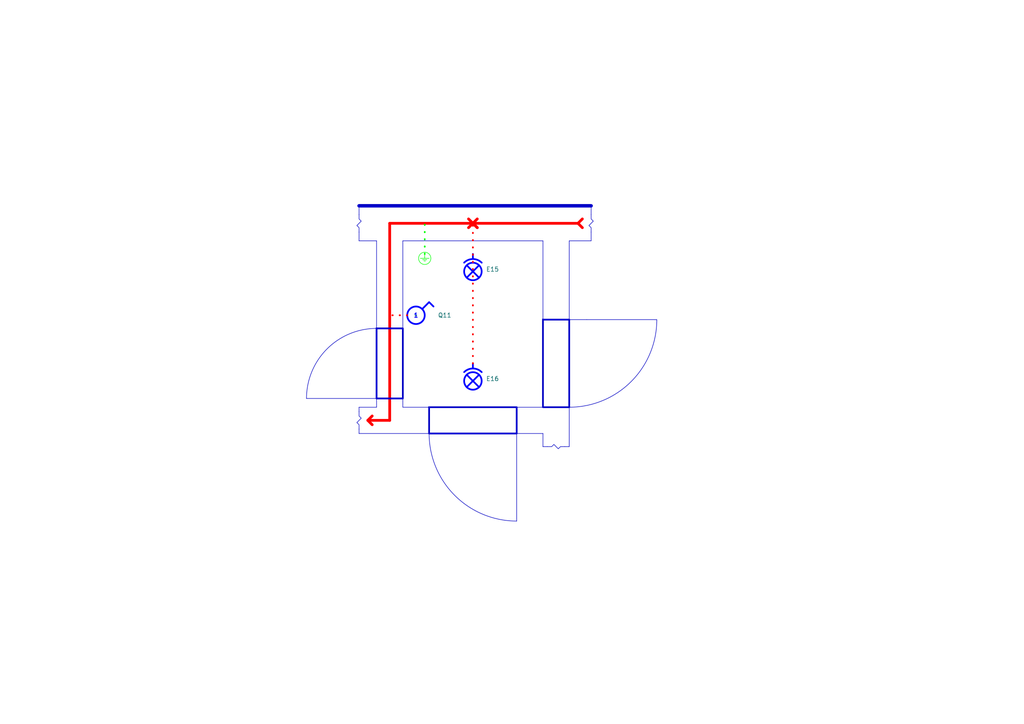
<source format=kicad_sch>
(kicad_sch (version 20230121) (generator eeschema)
  (paper "A4")
  (title_block (title "Projekt elektroinštalácie rodinného domu") (date "2024-05-09") (rev "1") (comment 4 "001-24") (comment 5 "Konanie stavby: 96901 Banská Štiavnica, Belianska 1770/15"))
  (lib_symbols
    (symbol "Wiring:Break" (in_bom no)
      (symbol "Break_0_1"
        (polyline (pts (xy -2.54 0) (xy -1.27 0) (xy -0.635 0.635) (xy 0.635 -0.635) (xy 1.27 0) (xy 2.54 0)) (stroke (width 0) (color 0 0 194 1)))
      )
    )
    (symbol "Wiring:Bulb_ceiling"
      (property "Reference" "E" (at 0 1.905 0))
      (symbol "Bulb_ceiling_0_1"
        (circle (center 0 -5.08) (radius 2.54) (stroke (width 0.5) (color 0 0 255 1)))
        (polyline (pts (xy 0 0) (xy 0 -1.27)) (stroke (width 0.5) (color 0 0 255 1)))
        (polyline (pts (xy 0 -5.08) (xy 1.778 -6.858) (xy -1.778 -3.302)) (stroke (width 0.5) (color 0 0 255 1)))
        (polyline (pts (xy 0 -5.08) (xy 1.778 -3.302) (xy -1.778 -6.858)) (stroke (width 0.5) (color 0 0 255 1)))
        (arc (start 2.5464 -2.524) (mid 0.0055 -1.4721) (end -2.5386 -2.5162) (stroke (width 0.5) (color 0 0 255 1)))
      )
    )
    (symbol "Wiring:In/out" (in_bom no)
      (symbol "In/out_0_1"
        (polyline (pts (xy 0 0) (xy 1.27 -1.27) (xy 0 0) (xy 1.27 1.27)) (stroke (width 0.8) (color 255 0 0 1)))
      )
    )
    (symbol "Wiring:PE" (in_bom no)
      (symbol "PE_0_1"
        (polyline (pts (xy -0.635 -0.381) (xy 0.635 -0.381)) (stroke (width 0) (color 0 255 0 1)))
        (polyline (pts (xy -0.254 -0.762) (xy 0.254 -0.762)) (stroke (width 0) (color 0 255 0 1)))
        (polyline (pts (xy -1.27 0) (xy 1.27 0) (xy 0 0) (xy 0 1.27)) (stroke (width 0) (color 0 255 0 1)))
        (circle (center 0 0) (radius 1.7825) (stroke (width 0) (color 0 255 0 1)))
      )
    )
    (symbol "Wiring:Switch_1"
      (property "Reference" "Q" (at 0 7.62 0))
      (symbol "Switch_1_0_1"
        (polyline (pts (xy 1.905 1.905) (xy 3.175 3.175) (xy 3.81 3.81) (xy 5.08 2.54)) (stroke (width 0.5) (color 0 0 255 1)))
        (circle (center 0 0) (radius 2.54) (stroke (width 0.5) (color 0 0 255 1)))
        (text "1" (at 0 0 0) (effects (font (size 1.27 1.27) bold)))
      )
    )
  )
  (polyline (pts (xy 165.1 69.85) (xy 171.45 69.85)))
  (polyline (pts (xy 149.86 151.13) (xy 149.86 125.73)))
  (polyline (pts (xy 135.89 63.5) (xy 138.43 66.04)) (stroke (width 0.8) (type solid) (color 255 0 0 1)))
  (polyline (pts (xy 137.16 64.77) (xy 167.64 64.77)) (stroke (width 0.8) (type solid) (color 255 0 0 1)))
  (polyline (pts (xy 157.48 92.71) (xy 157.48 69.85)))
  (polyline (pts (xy 104.14 69.85) (xy 109.22 69.85)))
  (polyline (pts (xy 157.48 129.54) (xy 158.75 129.54)))
  (polyline (pts (xy 149.86 125.73) (xy 149.86 118.11)))
  (polyline (pts (xy 157.48 125.73) (xy 157.48 129.54)))
  (polyline (pts (xy 171.45 67.31) (xy 171.45 69.85)))
  (polyline (pts (xy 104.14 125.73) (xy 124.46 125.73)))
  (polyline (pts (xy 170.18 92.71) (xy 190.5 92.71)))
  (polyline (pts (xy 116.84 69.85) (xy 116.84 95.25)))
  (polyline (pts (xy 149.86 118.11) (xy 157.48 118.11)))
  (polyline (pts (xy 165.1 92.71) (xy 157.48 92.71)))
  (polyline (pts (xy 109.22 115.57) (xy 88.9 115.57)))
  (polyline (pts (xy 137.16 105.41) (xy 137.16 64.77)) (stroke (width 0.5) (type dot) (color 255 0 0 1)))
  (polyline (pts (xy 170.18 92.71) (xy 165.1 92.71)))
  (polyline (pts (xy 104.14 59.69) (xy 104.14 62.23)))
  (polyline (pts (xy 109.22 115.57) (xy 109.22 118.11)))
  (polyline (pts (xy 157.48 125.73) (xy 149.86 125.73)))
  (polyline (pts (xy 109.22 118.11) (xy 104.14 118.11)))
  (polyline (pts (xy 106.68 121.92) (xy 113.03 121.92)) (stroke (width 0.8) (type solid) (color 255 0 0 1)))
  (polyline (pts (xy 165.1 129.54) (xy 165.1 118.11)))
  (polyline (pts (xy 113.03 64.77) (xy 113.03 121.92)) (stroke (width 0.8) (type solid) (color 255 0 0 1)))
  (polyline (pts (xy 104.14 124.46) (xy 104.14 125.73)))
  (polyline (pts (xy 171.45 59.69) (xy 171.45 62.23)))
  (polyline (pts (xy 137.16 64.77) (xy 113.03 64.77)) (stroke (width 0.8) (type solid) (color 255 0 0 1)))
  (polyline (pts (xy 118.11 91.44) (xy 113.03 91.44)) (stroke (width 0.5) (type dot) (color 255 0 0 1)))
  (polyline (pts (xy 165.1 69.85) (xy 165.1 92.71)))
  (polyline (pts (xy 104.14 118.11) (xy 104.14 119.38)))
  (polyline (pts (xy 124.46 118.11) (xy 116.84 118.11)))
  (polyline (pts (xy 138.43 66.04) (xy 137.16 64.77)) (stroke (width 0.8) (type solid) (color 255 0 0 1)))
  (polyline (pts (xy 116.84 69.85) (xy 157.48 69.85)))
  (polyline (pts (xy 135.89 66.04) (xy 138.43 63.5)) (stroke (width 0.8) (type solid) (color 255 0 0 1)))
  (polyline (pts (xy 123.19 73.66) (xy 123.19 64.77)) (stroke (width 0.5) (type dot) (color 0 255 0 1)))
  (polyline (pts (xy 163.83 129.54) (xy 165.1 129.54)))
  (polyline (pts (xy 109.22 69.85) (xy 109.22 95.25)))
  (polyline (pts (xy 109.22 115.57) (xy 116.84 115.57)))
  (polyline (pts (xy 104.14 59.69) (xy 171.45 59.69)) (stroke (width 1)))
  (polyline (pts (xy 116.84 115.57) (xy 116.84 118.11)))
  (polyline (pts (xy 104.14 67.31) (xy 104.14 69.85)))
  (rectangle (start 109.22 115.57) (end 116.84 95.25) (stroke (width 0.5)))
  (rectangle (start 149.86 118.11) (end 124.46 125.73) (stroke (width 0.5)))
  (arc (start 190.5 92.71) (mid 183.0605 110.6705) (end 165.1 118.11))
  (arc (start 149.86 151.13) (mid 131.8995 143.6905) (end 124.46 125.73))
  (arc (start 88.9 115.57) (mid 94.8531 101.2031) (end 109.22 95.25))
  (rectangle (start 157.48 92.71) (end 165.1 118.11) (stroke (width 0.5)))
  (symbol (lib_id "Wiring:In/out") (at 106.68 121.92 0) (unit 1) (in_bom no)
    (property "Reference" "~26" (effects hide))
    (property "Value" "In/out" (effects hide))
  )
  (symbol (lib_id "Wiring:Switch_1") (at 120.65 91.44 0) (unit 1)
    (property "Reference" "Q11" (at 127 91.44 0) (effects (justify left)))
    (property "Value" "~" (at 120.65 91.44 0))
  )
  (symbol (lib_id "Wiring:Break") (at 161.29 129.54 0) (unit 1) (in_bom no)
    (property "Reference" "~30" (effects hide))
  )
  (symbol (lib_id "Wiring:Bulb_ceiling") (at 137.16 73.66 0) (unit 1)
    (property "Reference" "E15" (at 140.97 78.105 0) (effects (justify left)))
  )
  (symbol (lib_id "Wiring:Break") (at 104.14 64.77 90) (unit 1) (in_bom no)
    (property "Reference" "~27" (effects hide))
  )
  (symbol (lib_id "Wiring:Bulb_ceiling") (at 137.16 105.41 0) (unit 1)
    (property "Reference" "E16" (at 140.97 109.855 0) (effects (justify left)))
  )
  (symbol (lib_id "Wiring:PE") (at 123.19 74.93 0) (unit 1) (in_bom no)
    (property "Reference" "~31" (effects hide))
  )
  (symbol (lib_id "Wiring:Break") (at 171.45 64.77 90) (unit 1) (in_bom no)
    (property "Reference" "~28" (effects hide))
  )
  (symbol (lib_id "Wiring:In/out") (at 167.64 64.77 0) (unit 1) (in_bom no)
    (property "Reference" "~25" (effects hide))
    (property "Value" "In/out" (effects hide))
  )
  (symbol (lib_id "Wiring:Break") (at 104.14 121.92 90) (unit 1) (in_bom no)
    (property "Reference" "~29" (effects hide))
  )
)
</source>
